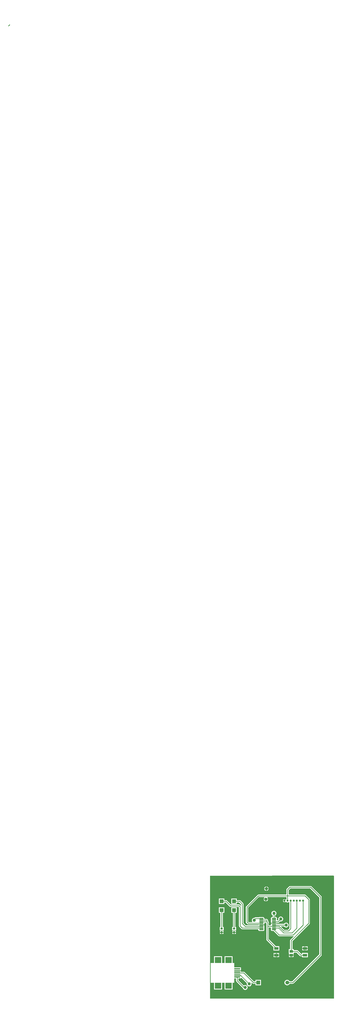
<source format=gtl>
G04 Layer_Physical_Order=1*
G04 Layer_Color=255*
%FSLAX25Y25*%
%MOIN*%
G70*
G01*
G75*
%ADD10R,0.09252X0.01968*%
%ADD11R,0.09842X0.09252*%
%ADD12R,0.05512X0.04331*%
%ADD13R,0.06693X0.04331*%
%ADD14R,0.05905X0.05905*%
%ADD15R,0.03543X0.02756*%
%ADD16O,0.07087X0.01772*%
%ADD17C,0.01000*%
%ADD18R,0.05905X0.05905*%
%ADD19C,0.05905*%
%ADD20C,0.03150*%
%ADD21C,0.05000*%
G36*
X196000Y196600D02*
X196000Y196600D01*
X196000Y196600D01*
X196600Y196000D01*
Y1900D01*
X800D01*
X200Y2500D01*
Y196400D01*
X195567Y196799D01*
X196000Y196600D01*
D02*
G37*
%LPC*%
G36*
X155016Y84630D02*
X151169D01*
Y81965D01*
X155016D01*
Y84630D01*
D02*
G37*
G36*
X18280Y106161D02*
X16008D01*
Y104283D01*
X18280D01*
Y106161D01*
D02*
G37*
G36*
X155016Y80965D02*
X151169D01*
Y78299D01*
X155016D01*
Y80965D01*
D02*
G37*
G36*
X150169Y84630D02*
X146323D01*
Y81965D01*
X150169D01*
Y84630D01*
D02*
G37*
G36*
X41236Y106161D02*
X38965D01*
Y104283D01*
X41236D01*
Y106161D01*
D02*
G37*
G36*
X18280Y109039D02*
X16008D01*
Y107161D01*
X18280D01*
Y109039D01*
D02*
G37*
G36*
X21551Y106161D02*
X19279D01*
Y104283D01*
X21551D01*
Y106161D01*
D02*
G37*
G36*
X37965D02*
X35693D01*
Y104283D01*
X37965D01*
Y106161D01*
D02*
G37*
G36*
X109740Y70335D02*
X105894D01*
Y67669D01*
X109740D01*
Y70335D01*
D02*
G37*
G36*
X128516D02*
X125260D01*
Y67669D01*
X128516D01*
Y70335D01*
D02*
G37*
G36*
X36025Y68978D02*
X23426D01*
Y58348D01*
X19293D01*
Y68978D01*
X6694D01*
Y58348D01*
X1377D01*
Y26852D01*
X6694D01*
Y16222D01*
X19293D01*
Y26852D01*
X23426D01*
Y16222D01*
X36025D01*
Y26852D01*
X38779D01*
Y33939D01*
X41492D01*
Y30293D01*
X41492Y30293D01*
X41638Y29561D01*
X42053Y28939D01*
X52194Y18798D01*
X52222Y18588D01*
X52613Y17644D01*
X53234Y16834D01*
X54044Y16213D01*
X54988Y15822D01*
X56000Y15689D01*
X57012Y15822D01*
X57956Y16213D01*
X58766Y16834D01*
X59387Y17644D01*
X59778Y18588D01*
X59911Y19600D01*
X59778Y20612D01*
X59387Y21556D01*
X58766Y22366D01*
X57956Y22987D01*
X57012Y23378D01*
X56000Y23511D01*
X54988Y23378D01*
X54044Y22987D01*
X53691Y22716D01*
X45321Y31086D01*
Y33939D01*
X49411D01*
Y34828D01*
X49873Y35020D01*
X58639Y26253D01*
X58622Y26212D01*
X58489Y25200D01*
X58622Y24188D01*
X59013Y23244D01*
X59634Y22434D01*
X60444Y21813D01*
X61388Y21422D01*
X62400Y21289D01*
X63412Y21422D01*
X64356Y21813D01*
X65166Y22434D01*
X65787Y23244D01*
X66178Y24188D01*
X66311Y25200D01*
X66178Y26212D01*
X65828Y27057D01*
X66252Y27340D01*
X67646Y25946D01*
X67646Y25946D01*
X68267Y25531D01*
X69000Y25385D01*
X69000Y25385D01*
X72336D01*
Y22969D01*
X80998D01*
Y31631D01*
X72336D01*
Y29215D01*
X69793D01*
X55054Y43954D01*
X54433Y44369D01*
X53700Y44515D01*
X53700Y44515D01*
X49411D01*
Y44962D01*
X49033D01*
Y45250D01*
X43407D01*
Y46250D01*
X49033D01*
Y46537D01*
X49409D01*
Y51261D01*
X38779D01*
Y58348D01*
X36025D01*
Y68978D01*
D02*
G37*
G36*
X104894Y70335D02*
X101047D01*
Y67669D01*
X104894D01*
Y70335D01*
D02*
G37*
G36*
X109740Y74000D02*
X105894D01*
Y71335D01*
X109740D01*
Y74000D01*
D02*
G37*
G36*
X150169Y80965D02*
X146323D01*
Y78299D01*
X150169D01*
Y80965D01*
D02*
G37*
G36*
X132772Y70335D02*
X129516D01*
Y67669D01*
X132772D01*
Y70335D01*
D02*
G37*
G36*
X104894Y74000D02*
X101047D01*
Y71335D01*
X104894D01*
Y74000D01*
D02*
G37*
G36*
X90100Y179464D02*
Y176500D01*
X93064D01*
X93010Y176914D01*
X92657Y177765D01*
X92096Y178496D01*
X91365Y179057D01*
X90514Y179410D01*
X90100Y179464D01*
D02*
G37*
G36*
X42795Y160205D02*
X34134D01*
Y151543D01*
X42795D01*
Y153959D01*
X46530D01*
X49485Y151004D01*
Y149252D01*
X48985Y149045D01*
X47692Y150338D01*
X47071Y150753D01*
X46339Y150899D01*
X46338Y150899D01*
X33352D01*
X27023Y157228D01*
X26402Y157643D01*
X25669Y157789D01*
X25669Y157789D01*
X23110D01*
Y160205D01*
X14449D01*
Y151543D01*
X23110D01*
Y153959D01*
X24876D01*
X31205Y147630D01*
X31205Y147630D01*
X31826Y147215D01*
X32559Y147070D01*
X45546D01*
X46085Y146530D01*
Y117000D01*
X46085Y117000D01*
X46231Y116267D01*
X46646Y115646D01*
X49906Y112386D01*
X50527Y111971D01*
X51260Y111825D01*
X51260Y111825D01*
X76292D01*
X76609Y111439D01*
X76570Y111240D01*
X76745Y110357D01*
X77246Y109608D01*
X77995Y109108D01*
X78878Y108932D01*
X84193D01*
X85076Y109108D01*
X85825Y109608D01*
X86325Y110357D01*
X86501Y111240D01*
X86325Y112123D01*
X86080Y112490D01*
X86325Y112857D01*
X86501Y113740D01*
X86325Y114623D01*
X86080Y114990D01*
X86325Y115357D01*
X86501Y116240D01*
X86325Y117123D01*
X85853Y117830D01*
X85969Y118004D01*
X86016Y118240D01*
X85275D01*
X85076Y118373D01*
X84193Y118549D01*
X81536D01*
X78878D01*
X77995Y118373D01*
X77796Y118240D01*
X76826D01*
X76600Y117965D01*
X57103D01*
X55114Y119954D01*
X55114Y119954D01*
X53315Y121753D01*
Y151797D01*
X53169Y152530D01*
X52754Y153151D01*
X52754Y153151D01*
X48677Y157228D01*
X48056Y157643D01*
X47323Y157789D01*
X47323Y157789D01*
X42795D01*
Y160205D01*
D02*
G37*
G36*
X89100Y179464D02*
X88686Y179410D01*
X87835Y179057D01*
X87104Y178496D01*
X86543Y177765D01*
X86190Y176914D01*
X86136Y176500D01*
X89100D01*
Y179464D01*
D02*
G37*
G36*
Y175500D02*
X86136D01*
X86190Y175086D01*
X86543Y174235D01*
X87104Y173504D01*
X87835Y172943D01*
X88686Y172590D01*
X89100Y172536D01*
Y175500D01*
D02*
G37*
G36*
X93064D02*
X90100D01*
Y172536D01*
X90514Y172590D01*
X91365Y172943D01*
X92096Y173504D01*
X92657Y174235D01*
X93010Y175086D01*
X93064Y175500D01*
D02*
G37*
G36*
X159700Y180115D02*
X159700Y180115D01*
X127000D01*
X127000Y180115D01*
X126267Y179969D01*
X125646Y179554D01*
X125646Y179554D01*
X121799Y175707D01*
X121384Y175085D01*
X121238Y174353D01*
X121238Y174353D01*
Y166647D01*
X76932D01*
X76200Y166501D01*
X75578Y166086D01*
X75578Y166086D01*
X57546Y148054D01*
X57131Y147433D01*
X56985Y146700D01*
X56985Y146700D01*
Y123000D01*
X56985Y123000D01*
X57131Y122267D01*
X57546Y121646D01*
X59306Y119886D01*
X59927Y119471D01*
X60660Y119325D01*
X60660Y119325D01*
X76678D01*
X76748Y119240D01*
X77796D01*
X77995Y119108D01*
X78878Y118932D01*
X81536D01*
X84193D01*
X85076Y119108D01*
X85275Y119240D01*
X86016D01*
X85969Y119476D01*
X85853Y119650D01*
X86325Y120357D01*
X86501Y121240D01*
X86462Y121439D01*
X86779Y121825D01*
X89267D01*
X89699Y121393D01*
Y117100D01*
X89699Y117100D01*
X89699Y117100D01*
Y95244D01*
X89699Y95244D01*
X89845Y94511D01*
X90260Y93890D01*
X100669Y83481D01*
Y77921D01*
X110118D01*
Y85008D01*
X104558D01*
X93529Y96037D01*
Y114325D01*
X96371D01*
X96688Y113939D01*
X96649Y113740D01*
X96824Y112857D01*
X97069Y112490D01*
X96824Y112123D01*
X96649Y111240D01*
X96824Y110357D01*
X97325Y109608D01*
X98073Y109108D01*
X98957Y108932D01*
X100909D01*
X108495Y101346D01*
X108495Y101346D01*
X109116Y100931D01*
X109849Y100785D01*
X109849Y100785D01*
X131944D01*
X131944Y100785D01*
X132677Y100931D01*
X132962Y100520D01*
X127662Y95220D01*
X127247Y94599D01*
X127101Y93866D01*
X127101Y93866D01*
Y80283D01*
X124882D01*
Y73197D01*
X125260D01*
Y71335D01*
X132772D01*
Y73197D01*
X133150D01*
Y74825D01*
X137475D01*
X142819Y69481D01*
X142819Y69481D01*
X143440Y69066D01*
X144173Y68920D01*
X145945D01*
Y67291D01*
X155394D01*
Y74378D01*
X145945D01*
Y72749D01*
X144966D01*
X139622Y78094D01*
X139000Y78509D01*
X138268Y78655D01*
X138268Y78655D01*
X133150D01*
Y80283D01*
X130930D01*
Y93073D01*
X157929Y120071D01*
X158344Y120692D01*
X158490Y121425D01*
X158490Y121425D01*
Y158827D01*
X158490Y158827D01*
X158344Y159560D01*
X157929Y160181D01*
X157929Y160181D01*
X152023Y166086D01*
X151402Y166501D01*
X150669Y166647D01*
X150669Y166647D01*
X125067D01*
Y173560D01*
X127793Y176285D01*
X158907D01*
X173285Y161907D01*
Y71993D01*
X130507Y29215D01*
X126427D01*
X126316Y29484D01*
X125622Y30389D01*
X124717Y31083D01*
X123664Y31519D01*
X122533Y31668D01*
X121403Y31519D01*
X120349Y31083D01*
X119444Y30389D01*
X118750Y29484D01*
X118314Y28431D01*
X118165Y27300D01*
X118314Y26169D01*
X118750Y25116D01*
X119444Y24211D01*
X120349Y23517D01*
X121403Y23081D01*
X122533Y22932D01*
X123664Y23081D01*
X124717Y23517D01*
X125622Y24211D01*
X126316Y25116D01*
X126427Y25385D01*
X131300D01*
X131300Y25385D01*
X132033Y25531D01*
X132654Y25946D01*
X176554Y69846D01*
X176554Y69846D01*
X176969Y70467D01*
X177115Y71200D01*
X177115Y71200D01*
Y162700D01*
X177115Y162700D01*
X176969Y163433D01*
X176554Y164054D01*
X161054Y179554D01*
X160433Y179969D01*
X159700Y180115D01*
D02*
G37*
G36*
X21551Y109039D02*
X19279D01*
Y107161D01*
X21551D01*
Y109039D01*
D02*
G37*
G36*
X37965D02*
X35693D01*
Y107161D01*
X37965D01*
Y109039D01*
D02*
G37*
G36*
X41236D02*
X38965D01*
Y107161D01*
X41236D01*
Y109039D01*
D02*
G37*
G36*
X42795Y146425D02*
X34134D01*
Y137764D01*
X36550D01*
Y125362D01*
X36550Y125362D01*
X36550Y125362D01*
Y115323D01*
X35315D01*
Y109811D01*
X41614D01*
Y115323D01*
X40379D01*
Y125362D01*
X40379Y125362D01*
Y137764D01*
X42795D01*
Y146425D01*
D02*
G37*
G36*
X23110D02*
X14449D01*
Y137764D01*
X16865D01*
Y124614D01*
X16865Y124614D01*
X16865Y124614D01*
Y115323D01*
X15630D01*
Y109811D01*
X21929D01*
Y115323D01*
X20694D01*
Y124614D01*
X20694Y124614D01*
Y137764D01*
X23110D01*
Y146425D01*
D02*
G37*
%LPD*%
G36*
X121238Y159111D02*
X121047Y158964D01*
X120780Y158616D01*
X120163Y158599D01*
X120089Y158695D01*
X119551Y159107D01*
X118925Y159367D01*
X118753Y159389D01*
Y156858D01*
Y154327D01*
X118925Y154350D01*
X119551Y154609D01*
X120089Y155022D01*
X120163Y155118D01*
X120780Y155101D01*
X121047Y154752D01*
X121664Y154279D01*
X122382Y153981D01*
X123153Y153880D01*
X123924Y153981D01*
X124642Y154279D01*
X125259Y154752D01*
X125285Y154787D01*
X125814Y154812D01*
X126138Y154493D01*
Y113346D01*
X123607Y110815D01*
X117693D01*
X112584Y115923D01*
X112776Y116385D01*
X117496D01*
X117513Y116344D01*
X118134Y115534D01*
X118944Y114913D01*
X119888Y114522D01*
X120900Y114389D01*
X121912Y114522D01*
X122856Y114913D01*
X123666Y115534D01*
X124287Y116344D01*
X124678Y117288D01*
X124811Y118300D01*
X124678Y119312D01*
X124287Y120256D01*
X123666Y121066D01*
X122856Y121687D01*
X121912Y122078D01*
X120900Y122211D01*
X119888Y122078D01*
X118944Y121687D01*
X118134Y121066D01*
X117513Y120256D01*
X117496Y120215D01*
X106456D01*
X106372Y120274D01*
X106090Y120715D01*
X106095Y120740D01*
X105353D01*
X105155Y120873D01*
X104272Y121048D01*
X101614D01*
X98957D01*
X98073Y120873D01*
X97875Y120740D01*
X97133D01*
X97180Y120504D01*
X97297Y120330D01*
X96824Y119623D01*
X96649Y118740D01*
X96688Y118541D01*
X96371Y118155D01*
X93529D01*
Y122186D01*
X93383Y122919D01*
X92968Y123540D01*
X92968Y123540D01*
X92315Y124193D01*
Y125500D01*
X92169Y126233D01*
X91754Y126854D01*
X91754Y126854D01*
X91014Y127594D01*
X90393Y128009D01*
X89660Y128155D01*
X89660Y128155D01*
X86779D01*
X86462Y128541D01*
X86501Y128740D01*
X86325Y129623D01*
X85825Y130372D01*
X85076Y130873D01*
X84193Y131048D01*
X78878D01*
X77995Y130873D01*
X77669Y130655D01*
X72140D01*
X72140Y130655D01*
X71407Y130509D01*
X70786Y130094D01*
X70501Y129809D01*
X70480Y129811D01*
X69468Y129678D01*
X68525Y129287D01*
X67715Y128666D01*
X67093Y127856D01*
X66702Y126912D01*
X66569Y125900D01*
X66702Y124888D01*
X67093Y123944D01*
X67355Y123603D01*
X67133Y123155D01*
X61453D01*
X60815Y123793D01*
Y145907D01*
X77725Y162818D01*
X86683D01*
X86853Y162318D01*
X86304Y161896D01*
X85743Y161165D01*
X85390Y160314D01*
X85336Y159900D01*
X92264D01*
X92210Y160314D01*
X91857Y161165D01*
X91296Y161896D01*
X90747Y162318D01*
X90917Y162818D01*
X121238D01*
Y159111D01*
D02*
G37*
%LPC*%
G36*
X117753Y156358D02*
X115722D01*
X115744Y156186D01*
X116004Y155560D01*
X116416Y155022D01*
X116954Y154609D01*
X117581Y154350D01*
X117753Y154327D01*
Y156358D01*
D02*
G37*
G36*
X101575Y140966D02*
X100563Y140833D01*
X99619Y140443D01*
X98809Y139821D01*
X98187Y139011D01*
X97797Y138067D01*
X97663Y137055D01*
X97797Y136043D01*
X98187Y135099D01*
X98809Y134289D01*
X99619Y133668D01*
X99660Y133651D01*
Y131048D01*
X98957D01*
X98073Y130873D01*
X97325Y130372D01*
X96824Y129623D01*
X96649Y128740D01*
X96824Y127857D01*
X97069Y127490D01*
X96824Y127123D01*
X96649Y126240D01*
X96824Y125357D01*
X97069Y124990D01*
X96824Y124623D01*
X96649Y123740D01*
X96824Y122857D01*
X97297Y122150D01*
X97180Y121976D01*
X97133Y121740D01*
X97875D01*
X98073Y121607D01*
X98957Y121432D01*
X101614D01*
X104272D01*
X105155Y121607D01*
X105353Y121740D01*
X106402D01*
X106472Y121825D01*
X108140D01*
X108140Y121825D01*
X108873Y121971D01*
X109494Y122386D01*
X111347Y124239D01*
X111388Y124222D01*
X112400Y124089D01*
X113412Y124222D01*
X114356Y124613D01*
X115166Y125234D01*
X115787Y126044D01*
X116178Y126988D01*
X116311Y128000D01*
X116178Y129012D01*
X115787Y129956D01*
X115166Y130766D01*
X114356Y131387D01*
X113412Y131778D01*
X112400Y131911D01*
X111388Y131778D01*
X110444Y131387D01*
X109634Y130766D01*
X109013Y129956D01*
X108622Y129012D01*
X108489Y128000D01*
X108622Y126988D01*
X108639Y126947D01*
X107347Y125655D01*
X106857D01*
X106540Y126041D01*
X106580Y126240D01*
X106404Y127123D01*
X106159Y127490D01*
X106404Y127857D01*
X106580Y128740D01*
X106404Y129623D01*
X105904Y130372D01*
X105155Y130873D01*
X104272Y131048D01*
X103489D01*
Y133651D01*
X103531Y133668D01*
X104341Y134289D01*
X104962Y135099D01*
X105353Y136043D01*
X105486Y137055D01*
X105353Y138067D01*
X104962Y139011D01*
X104341Y139821D01*
X103531Y140443D01*
X102587Y140833D01*
X101575Y140966D01*
D02*
G37*
G36*
X88300Y158900D02*
X85336D01*
X85390Y158486D01*
X85743Y157635D01*
X86304Y156904D01*
X87035Y156343D01*
X87886Y155990D01*
X88300Y155936D01*
Y158900D01*
D02*
G37*
G36*
X117753Y159389D02*
X117581Y159367D01*
X116954Y159107D01*
X116416Y158695D01*
X116004Y158157D01*
X115744Y157530D01*
X115722Y157358D01*
X117753D01*
Y159389D01*
D02*
G37*
G36*
X92264Y158900D02*
X89300D01*
Y155936D01*
X89714Y155990D01*
X90565Y156343D01*
X91296Y156904D01*
X91857Y157635D01*
X92210Y158486D01*
X92264Y158900D01*
D02*
G37*
%LPD*%
D10*
X43405Y48899D02*
D03*
X43407Y45750D02*
D03*
Y42600D02*
D03*
Y36301D02*
D03*
Y39450D02*
D03*
D11*
X12993Y62974D02*
D03*
Y22226D02*
D03*
X29726Y62974D02*
D03*
Y22226D02*
D03*
D12*
X129016Y70835D02*
D03*
Y76740D02*
D03*
D13*
X105394Y81465D02*
D03*
Y70835D02*
D03*
X150669D02*
D03*
Y81465D02*
D03*
D14*
X38465Y142095D02*
D03*
Y155874D02*
D03*
X18779Y142095D02*
D03*
Y155874D02*
D03*
D15*
X38465Y112567D02*
D03*
Y106661D02*
D03*
X18779Y112567D02*
D03*
Y106661D02*
D03*
D16*
X81535Y128740D02*
D03*
Y126240D02*
D03*
Y123740D02*
D03*
Y121240D02*
D03*
Y118740D02*
D03*
Y116240D02*
D03*
Y113740D02*
D03*
Y111240D02*
D03*
X101614Y128740D02*
D03*
Y126240D02*
D03*
Y123740D02*
D03*
Y121240D02*
D03*
Y118740D02*
D03*
Y116240D02*
D03*
Y113740D02*
D03*
Y111240D02*
D03*
D17*
X43407Y30293D02*
X56000Y17700D01*
X69890Y126490D02*
X72140Y128740D01*
X89600Y176000D02*
Y176300D01*
X43407Y30293D02*
Y36301D01*
X101454Y121400D02*
X101614Y121240D01*
X81535Y118740D02*
X81535Y118740D01*
X101575Y113740D02*
X101614D01*
X81535Y121240D02*
X81575D01*
X81535Y113740D02*
X81575D01*
X92474Y116240D02*
X101614D01*
X123153Y164732D02*
Y174353D01*
Y156858D02*
Y164732D01*
X150669D01*
X76932D02*
X123153D01*
Y174353D02*
X127000Y178200D01*
X159700D02*
X175200Y162700D01*
Y71200D02*
Y162700D01*
X122533Y27300D02*
X131300D01*
X175200Y71200D01*
X127000Y178200D02*
X159700D01*
X43407Y39450D02*
X48150D01*
X62400Y25200D01*
X56000Y17700D02*
Y19600D01*
X69890Y126490D02*
X70480Y125900D01*
X72140Y128740D02*
X81535D01*
X43407Y42600D02*
X53700D01*
X69000Y27300D01*
X76667D01*
X150669Y164732D02*
X156575Y158827D01*
Y121425D02*
Y158827D01*
X129016Y93866D02*
X156575Y121425D01*
X129016Y76740D02*
Y93866D01*
X147653Y118409D02*
Y156858D01*
X-318898Y1541339D02*
X-316929Y1543307D01*
X144173Y70835D02*
X150669D01*
X138268Y76740D02*
X144173Y70835D01*
X129016Y76740D02*
X138268D01*
X18779Y112567D02*
Y124614D01*
X38465Y112567D02*
Y125362D01*
X38465Y125362D01*
Y142095D01*
Y155874D02*
X47323D01*
X32559Y148984D02*
X46339D01*
X25669Y155874D02*
X32559Y148984D01*
X18779Y155874D02*
X25669D01*
X18779Y124614D02*
Y142095D01*
X18779Y124614D02*
X18779Y124614D01*
X91614Y95244D02*
X105394Y81465D01*
X131944Y102700D02*
X147653Y118409D01*
X81575Y123740D02*
X90060D01*
X81575Y126240D02*
X89660D01*
X81535Y116240D02*
X81575D01*
X101575Y128779D02*
Y137055D01*
Y128779D02*
X101614Y128740D01*
X46339Y148984D02*
X48000Y147323D01*
Y117000D02*
Y147323D01*
X47323Y155874D02*
X51400Y151797D01*
Y120959D02*
Y151797D01*
Y120959D02*
X53760Y118600D01*
X48000Y117000D02*
X51260Y113740D01*
X81535D01*
X81345Y116050D02*
X81535Y116240D01*
X53760Y118600D02*
X56309Y116050D01*
X81345D01*
X58900Y146700D02*
X76932Y164732D01*
X58900Y123000D02*
Y146700D01*
Y123000D02*
X60660Y121240D01*
X81535D01*
X101614Y110935D02*
X109849Y102700D01*
X131944D01*
X109229Y113740D02*
X116844Y106125D01*
X101614Y113740D02*
X109229D01*
X116844Y106125D02*
X130325D01*
X137853Y113653D01*
Y156858D01*
X108140Y123740D02*
X112400Y128000D01*
X101614Y123740D02*
X108140D01*
X90400Y124080D02*
Y125500D01*
X89660Y126240D02*
X90400Y125500D01*
X90060Y123740D02*
X90400Y124080D01*
X128053Y112553D02*
Y156858D01*
X101614Y116240D02*
X109560D01*
X116900Y108900D01*
X124400D01*
X128053Y112553D01*
X102054Y118300D02*
X120900D01*
X101614Y118740D02*
X102054Y118300D01*
X90060Y123740D02*
X91614Y122186D01*
Y117100D02*
X92474Y116240D01*
X91614Y95244D02*
Y117100D01*
Y122186D01*
D18*
X76667Y27300D02*
D03*
D19*
X122533D02*
D03*
D20*
X147653Y156858D02*
D03*
X123153D02*
D03*
X128053D02*
D03*
X132953D02*
D03*
X137853D02*
D03*
X118253D02*
D03*
X142753D02*
D03*
D21*
X89600Y176000D02*
D03*
X88800Y159400D02*
D03*
X62400Y25200D02*
D03*
X56000Y19600D02*
D03*
X70480Y125900D02*
D03*
X101575Y137055D02*
D03*
X112400Y128000D02*
D03*
X120900Y118300D02*
D03*
M02*

</source>
